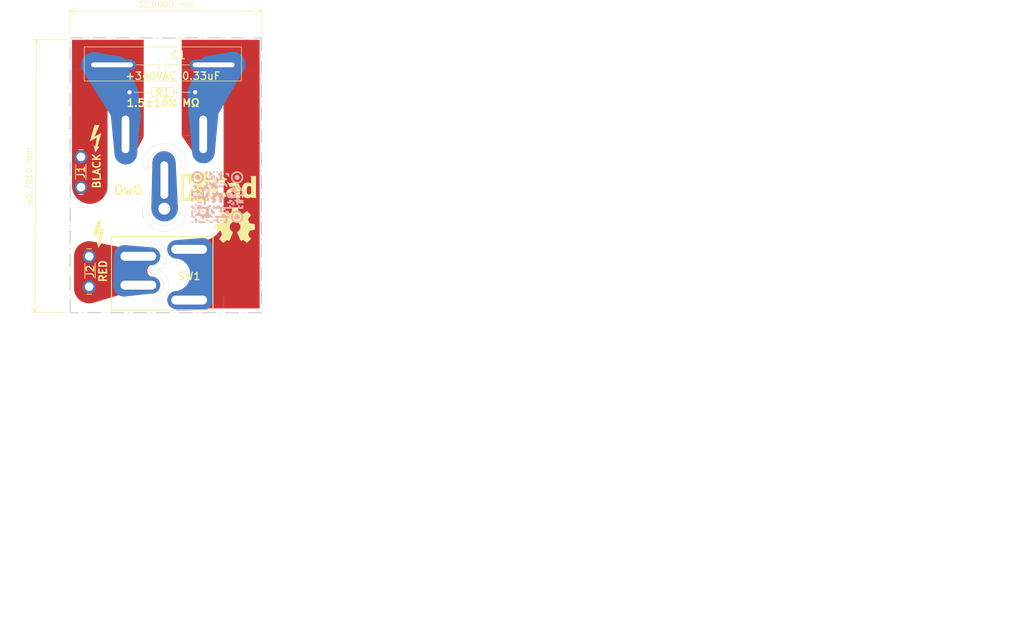
<source format=kicad_pcb>
(kicad_pcb (version 20240108) (generator "pcbnew") (generator_version "8.0")
  (title_block (title "EVGA SUPERNOVA 1000 G2 Input Power Daughter Board") (date "2024-07-01") (rev "R1"))
  (layers (0 "F.Cu" power) (31 "B.Cu" power) (34 "B.Paste" user) (35 "F.Paste" user) (36 "B.SilkS" user "B.Silkscreen") (37 "F.SilkS" user "F.Silkscreen") (38 "B.Mask" user) (39 "F.Mask" user) (44 "Edge.Cuts" user))
  (net 0 "")
  (net 1 "Net-(P1-AC_N)")
  (net 2 "Net-(P1-AC_P)")
  (net 3 "Net-(J2-P1-Pad1)")
  (footprint "62409-1:TE_62409-1" (layer "F.Cu") (at 36.816969 68.936249 -90)
    (property "Reference" "J2" (at -0.026056 -0.167223 90) (layer "F.SilkS") (effects (font (size 1.25 1.25) (thickness 0.2) (bold yes))))
    (property "Value" "62409-1")
    (pad "1" thru_hole circle (at -2.54 0 270) (size 2.145 2.145) (drill 1.43) (layers "*.Cu" "*.Mask") (net 3 "Net-(J2-P1-Pad1)"))
    (pad "2" thru_hole circle (at 2.54 0 270) (size 2.145 2.145) (drill 1.43) (layers "*.Cu" "*.Mask") (net 3 "Net-(J2-P1-Pad1)"))
  )
  (footprint "Symbol:KiCad-Logo2_20mm_SilkScreen" (layer "F.Cu") (at 57 118)
    (property "Reference" "REF**" (hide yes))
    (property "Value" "KiCad-Logo2_20mm_SilkScreen" (hide yes))
  )
  (footprint "Resistor_THT:R_Axial_DIN0204_L3.6mm_D1.6mm_P5.08mm_Horizontal" (layer "F.Cu") (at 46.561969 38.910249)
    (property "Reference" "R1" (at 2.549047 0.058677 0) (layer "F.SilkS") (effects (font (size 1.25 1.25) (thickness 0.2) (bold yes))))
    (property "Value" "1.5±10% MΩ " (at 3.124249 1.800988 0) (layer "F.SilkS") (effects (font (size 1.25 1.25) (thickness 0.25) (bold yes))))
    (pad "1" thru_hole circle (at -3 0) (size 1.4 1.4) (drill 0.7) (layers "*.Cu" "*.Mask") (net 2 "Net-(P1-AC_P)"))
    (pad "2" thru_hole oval (at 8 0) (size 1.4 1.4) (drill 0.7) (layers "*.Cu" "*.Mask") (net 1 "Net-(P1-AC_N)"))
  )
  (footprint "EVGA:FTK_Capacitor" (layer "F.Cu") (at 49.141969 34.320249)
    (property "Reference" "C1" (at 2.604251 -1.612731 0) (layer "F.SilkS") (effects (font (size 1.25 1.25) (thickness 0.2) (bold yes))))
    (property "Value" "305VAC 0.33 uF K 40/110/56/B (CBB62B)")
    (fp_text user "+340VAC 0.33uF" (at -6.364048 2.59475 0) (layer "F.SilkS") (effects (font (size 1.25 1.25) (thickness 0.2)) (justify left bottom)))
    (pad "1" thru_hole oval (at 8.5 0) (size 8 1.8) (drill oval 7 0.8) (layers "*.Cu" "*.Mask") (net 1 "Net-(P1-AC_N)"))
    (pad "2" thru_hole oval (at -8.5 0) (size 8 1.8) (drill oval 7 0.8) (layers "*.Cu" "*.Mask") (net 2 "Net-(P1-AC_P)"))
  )
  (footprint "EVGA:IEC_320-C14_Panel_Mount" (layer "F.Cu") (at 49.391969 49.120249)
    (property "Reference" "P1" (hide yes))
    (property "Value" "Conn_WallPlug_Earth" (hide yes))
    (pad "0" thru_hole oval (at 0 4.5) (size 3 9) (drill oval 1.3 6.3) (layers "*.Cu" "*.Mask"))
    (pad "0" thru_hole circle (at 0 9.3) (size 3.25 3.25) (drill 2) (layers "*.Cu" "*.Mask"))
    (pad "1" thru_hole oval (at -6.5 -3.15) (size 3 9) (drill oval 1.3 6.3) (layers "*.Cu" "*.Mask") (net 2 "Net-(P1-AC_P)"))
    (pad "2" thru_hole oval (at 6.5 -3.15) (size 3 9) (drill oval 1.3 6.3) (layers "*.Cu" "*.Mask") (net 1 "Net-(P1-AC_N)"))
  )
  (footprint "Symbol:Symbol_HighVoltage_NoTriangle_2x5mm_Copper" (layer "F.Cu") (at 38.641969 62.820249)
    (property "Reference" "REF**" (hide yes))
    (property "Value" "Symbol_HighVoltage_NoTriangle_2x5mm_Copper" (hide yes))
  )
  (footprint "Symbol:Symbol_HighVoltage_NoTriangle_2x5mm_Copper" (layer "F.Cu") (at 38.141969 46.820249)
    (property "Reference" "REF**" (hide yes))
    (property "Value" "Symbol_HighVoltage_NoTriangle_2x5mm_Copper" (hide yes))
  )
  (footprint "Symbol:OSHW-Symbol_6.7x6mm_SilkScreen" (layer "F.Cu") (at 61.223833 61.164296)
    (property "Reference" "REF**" (hide yes))
    (property "Value" "OSHW-Symbol_6.7x6mm_SilkScreen" (hide yes))
  )
  (footprint "Symbol:KiCad-Logo_5mm_SilkScreen" (layer "F.Cu") (at 58.540464 55.163985)
    (property "Reference" "REF**" (hide yes))
    (property "Value" "KiCad-Logo_5mm_SilkScreen" (hide yes))
  )
  (footprint "EVGA:EVGA_Switch" (layer "F.Cu") (at 49.041969 69.220249)
    (property "Reference" "SW1" (at 4.5 0.5 0) (layer "F.SilkS") (effects (font (size 1.25 1.25) (thickness 0.2))))
    (property "Value" "SW_DPST")
    (pad "1" thru_hole oval (at 4.5 -4) (size 7.3 2.8) (drill oval 6 1.5) (layers "*.Cu" "*.Mask") (net 1 "Net-(P1-AC_N)"))
    (pad "1" thru_hole oval (at 4.5 4.5) (size 7.3 2.8) (drill oval 6 1.5) (layers "*.Cu" "*.Mask") (net 1 "Net-(P1-AC_N)"))
    (pad "2" thru_hole oval (at -4 -2.839287) (size 7.3 2.8) (drill oval 6 1.5) (layers "*.Cu" "*.Mask") (net 3 "Net-(J2-P1-Pad1)"))
    (pad "2" thru_hole oval (at -4 2) (size 7.3 2.8) (drill oval 6 1.5) (layers "*.Cu" "*.Mask") (net 3 "Net-(J2-P1-Pad1)"))
  )
  (footprint "62409-1:TE_62409-1" (layer "F.Cu") (at 35.443152 52.278968 90)
    (property "Reference" "J1" (at 0 0 -90) (layer "F.SilkS") (effects (font (size 1.25 1.25) (thickness 0.2) (bold yes))))
    (property "Value" "62409-1")
    (pad "1" thru_hole circle (at -2.54 0 90) (size 2.145 2.145) (drill 1.43) (layers "*.Cu" "*.Mask") (net 2 "Net-(P1-AC_P)"))
    (pad "2" thru_hole circle (at 2.54 0 90) (size 2.145 2.145) (drill 1.43) (layers "*.Cu" "*.Mask") (net 2 "Net-(P1-AC_P)"))
  )
  (footprint "QR_CODE:project-qrcode_10x10" (layer "B.Cu") (at 58.301969 56.670249 180)
    (property "Reference" "G***" (hide yes))
    (property "Value" "LOGO" (hide yes))
  )
  (gr_rect (start 51.311969 72.315249) (end 59.316969 75.120249) (fill solid) (layer "F.Cu") (net 1))
  (gr_rect (start 33.941969 30.120249) (end 45.941969 35.170249) (fill solid) (layer "F.Cu") (net 2))
  (gr_poly (pts (xy 45.941969 46.370249) (xy 41.391969 46.395249) (xy 44.248805 49.610439)) (fill solid) (layer "F.Cu") (net 2))
  (gr_poly (pts (xy 52.301969 46.200249) (xy 55.066969 50.220249) (xy 57.391969 46.200249)) (fill solid) (layer "F.Cu") (net 1))
  (gr_rect (start 41.441969 35.170249) (end 45.941969 46.370249) (fill solid) (layer "F.Cu") (net 2))
  (gr_poly (pts (xy 55.384469 66.615249) (xy 56.191969 66.870249) (xy 57.021969 67.680249) (xy 57.531969 68.670249) (xy 57.671969 69.720249) (xy 57.411969 70.910249) (xy 56.681969 71.920249) (xy 55.417877 72.638215) (xy 59.581969 73.060249) (xy 60.771969 68.350249) (xy 59.441969 65.217749)) (fill solid) (layer "F.Cu") (net 1))
  (gr_circle (center 36.816969 71.730249) (end 39.356969 71.730249) (fill solid) (layer "F.Cu") (net 3))
  (gr_arc (start 54.491969 66.39025) (mid 57.607785 69.121096) (end 55.417877 72.638215) (stroke (width 0.2)) (layer "F.Cu") (net 1))
  (gr_rect (start 33.941969 35.170249) (end 39.891969 54.621249) (fill solid) (layer "F.Cu") (net 2))
  (gr_poly (pts (xy 34.276969 66.396249) (xy 34.276969 71.730249) (xy 39.356969 71.730249) (xy 39.356969 66.396249)) (fill solid) (layer "F.Cu") (net 3))
  (gr_poly (pts (xy 55.821969 63.830249) (xy 56.771969 63.620249) (xy 57.671969 63.180249) (xy 58.371969 62.590249) (xy 59.021969 61.650249) (xy 59.441969 60.570249) (xy 60.301969 65.670249) (xy 58.521969 65.940249)) (fill solid) (layer "F.Cu") (net 1))
  (gr_circle (center 36.916969 54.621249) (end 39.891969 54.621249) (fill solid) (layer "F.Cu") (net 2))
  (gr_poly (pts (xy 42.658969 64.999249) (xy 37.314195 63.90533) (xy 37.6185 74.144056) (xy 42.658969 72.619249)) (fill solid) (layer "F.Cu") (net 3))
  (gr_poly (pts (xy 47.255336 67.727868) (xy 46.898981 67.938808) (xy 46.625259 68.268129) (xy 46.485391 68.748756) (xy 46.552552 69.243264) (xy 46.792058 69.606801) (xy 47.181257 69.974615) (xy 45.795539 70.111476) (xy 45.688616 67.660809)) (fill solid) (layer "F.Cu") (net 3))
  (gr_rect (start 51.326969 63.820249) (end 59.441969 66.615249) (fill solid) (layer "F.Cu") (net 1))
  (gr_arc (start 47.123744 69.856697) (mid 46.485392 68.748756) (end 47.255336 67.727868) (stroke (width 0.1)) (layer "F.Cu") (net 3))
  (gr_arc (start 59.5 60) (mid 58.178379 62.754654) (end 55.341969 63.890249) (stroke (width 0.1)) (layer "F.Cu") (net 1))
  (gr_rect (start 59.316969 35.186283) (end 65.341969 75.120249) (fill solid) (layer "F.Cu") (net 1))
  (gr_poly (pts (xy 36.641969 68.820249) (xy 39.141969 67.080249) (xy 42.201783 65.109869) (xy 46.071164 64.987076) (xy 46.131327 72.607403) (xy 42.192496 72.481518) (xy 39.141969 70.320249)) (fill solid) (layer "F.Cu") (net 3))
  (gr_rect (start 52.301969 30.120249) (end 65.341969 35.220249) (fill solid) (layer "F.Cu") (net 1))
  (gr_circle (center 36.816969 66.396249) (end 39.356969 66.396249) (fill solid) (layer "F.Cu") (net 3))
  (gr_rect (start 52.301969 35.220249) (end 57.391969 46.200249) (fill solid) (layer "F.Cu") (net 1))
  (gr_poly (pts (xy 37.610598 32.188878) (xy 41.710598 32.888878) (xy 41.710598 35.75162) (xy 37.610598 36.45162)) (fill solid) (layer "B.Cu") (net 2))
  (gr_circle (center 42.941969 49.120249) (end 44.841969 49.120249) (fill solid) (layer "B.Cu") (net 2))
  (gr_circle (center 60.841969 34.25162) (end 58.710598 34.25162) (fill solid) (layer "B.Cu") (net 1))
  (gr_poly (pts (xy 42.067329 38.664251) (xy 40.741969 41.620249) (xy 43.241969 40.320249)) (fill solid) (layer "B.Cu") (net 2))
  (gr_circle (center 55.741969 65.120249) (end 57.541969 65.120249) (fill solid) (layer "B.Cu") (net 1))
  (gr_circle (center 55.741969 73.620249) (end 57.541969 73.620249) (fill solid) (layer "B.Cu") (net 1))
  (gr_circle (center 51.441969 73.720249) (end 52.978093 73.830122) (fill solid) (layer "B.Cu") (net 1))
  (gr_circle (center 55.941969 48.920249) (end 57.841969 48.920249) (fill solid) (layer "B.Cu") (net 1))
  (gr_circle (center 55.941969 42.620249) (end 58.441969 42.620249) (fill solid) (layer "B.Cu") (net 1))
  (gr_circle (center 37.610598 34.320249) (end 39.741969 34.320249) (fill solid) (layer "B.Cu") (net 2))
  (gr_poly (pts (xy 53.441969 42.620249) (xy 54.041969 48.920249) (xy 57.841969 48.920249) (xy 58.441969 42.620249)) (fill solid) (layer "B.Cu") (net 1))
  (gr_circle (center 42.741969 66.320249) (end 44.553046 66.320249) (fill solid) (layer "B.Cu") (net 3))
  (gr_poly (pts (xy 35.741969 35.320249) (xy 40.441969 42.820249) (xy 44.941969 38.420249) (xy 43.141969 34.320249)) (fill solid) (layer "B.Cu") (net 2))
  (gr_poly (pts (xy 45.045298 38.920249) (xy 45.441969 42.820249) (xy 43.541969 40.423578)) (fill solid) (layer "B.Cu") (net 2))
  (gr_circle (center 55.941969 42.820249) (end 57.441969 42.720249) (fill solid) (layer "B.Cu") (net 1))
  (gr_circle (center 47.241969 71.209172) (end 48.70456 71.225542) (fill solid) (layer "B.Cu") (net 3))
  (gr_circle (center 49.441969 58.320249) (end 51.677228 58.320249) (fill solid) (layer "B.Cu"))
  (gr_poly (pts (xy 42.741969 64.509172) (xy 47.191148 64.886126) (xy 46.841969 67.820249) (xy 46.441969 68.320249) (xy 46.325048 68.770405) (xy 46.441969 69.320249) (xy 47.041969 69.920249) (xy 47.241969 71.209172) (xy 47.341969 72.620249) (xy 42.653046 73.131326) (xy 40.841969 71.320249) (xy 40.930892 66.320249)) (fill solid) (layer "B.Cu") (net 3))
  (gr_arc (start 47.241969 69.920248) (mid 46.325048 68.770405) (end 47.340747 67.706808) (stroke (width 0.2)) (layer "B.Cu") (net 3))
  (gr_poly (pts (xy 47.388195 50.720249) (xy 47.206711 58.320249) (xy 51.677227 58.320249) (xy 51.295743 50.720249)) (fill solid) (layer "B.Cu"))
  (gr_poly (pts (xy 56.006838 38.641527) (xy 57.628596 40.779065) (xy 55.841969 40.720249) (xy 55.141969 39.920249)) (fill solid) (layer "B.Cu") (net 1))
  (gr_circle (center 43.541969 38.920249) (end 45.041969 38.820249) (fill solid) (layer "B.Cu") (net 2))
  (gr_poly (pts (xy 55.353381 33.916953) (xy 53.341969 38.420249) (xy 58.441969 42.520249) (xy 62.441969 35.620249)) (fill solid) (layer "B.Cu") (net 1))
  (gr_circle (center 51.441969 65.220249) (end 52.99583 65.26306) (fill solid) (layer "B.Cu") (net 1))
  (gr_poly (pts (xy 60.841969 36.382991) (xy 56.741969 35.682991) (xy 56.741969 32.820249) (xy 60.841969 32.120249)) (fill solid) (layer "B.Cu") (net 1))
  (gr_circle (center 41.710598 34.320249) (end 43.141969 34.320249) (fill solid) (layer "B.Cu") (net 2))
  (gr_circle (center 47.191148 66.389455) (end 48.691148 66.289455) (fill solid) (layer "B.Cu") (net 3))
  (gr_circle (center 49.341969 50.720249) (end 51.295743 50.720249) (fill solid) (layer "B.Cu"))
  (gr_circle (center 42.653046 71.320249) (end 44.464123 71.320249) (fill solid) (layer "B.Cu") (net 3))
  (gr_poly (pts (xy 53.241969 38.920249) (xy 53.441969 42.620249) (xy 54.341969 41.420249) (xy 55.541969 40.320249) (xy 55.141969 39.920249) (xy 54.241969 39.920249)) (fill solid) (layer "B.Cu") (net 1))
  (gr_circle (center 42.941969 42.820249) (end 45.441969 42.820249) (fill solid) (layer "B.Cu") (net 2))
  (gr_circle (center 56.741969 34.25162) (end 55.310598 34.25162) (fill solid) (layer "B.Cu") (net 1))
  (gr_circle (center 54.641969 38.920249) (end 56.041969 38.920249) (fill solid) (layer "B.Cu") (net 1))
  (gr_arc (start 51.235492 66.655586) (mid 53.798161 69.467221) (end 51.236622 72.279884) (stroke (width 0.1)) (layer "B.Cu") (net 1))
  (gr_poly (pts (xy 51.441969 63.665799) (xy 55.741969 63.320249) (xy 57.541969 65.120249) (xy 57.541969 73.620249) (xy 55.741969 75.420249) (xy 51.441969 75.520249) (xy 51.727645 72.217053) (xy 52.769704 71.662765) (xy 53.020981 71.418879) (xy 53.316601 71.049354) (xy 53.590049 70.554191) (xy 53.760031 69.822532) (xy 53.737859 68.987406) (xy 53.538316 68.270528) (xy 53.190963 67.671898) (xy 52.607114 67.147173) (xy 51.741969 66.720249) (xy 51.541969 65.320249)) (fill solid) (layer "B.Cu") (net 1))
  (gr_poly (pts (xy 40.441969 42.820249) (xy 41.041969 49.120249) (xy 44.841969 49.120249) (xy 45.441969 42.820249)) (fill solid) (layer "B.Cu") (net 2))
  (gr_arc (start 53.0397 58.582788) (mid 49.348199 62.218124) (end 45.694046 58.545249) (stroke (width 0.05)) (layer "Edge.Cuts"))
  (gr_arc (start 47.552008 69.420414) (mid 46.936066 68.725315) (end 47.541969 68.021447) (stroke (width 0.05)) (layer "Edge.Cuts"))
  (gr_arc (start 47.465535 63.856462) (mid 49.182187 64.738723) (end 49.773214 66.576117) (stroke (width 0.05)) (layer "Edge.Cuts"))
  (gr_arc (start 47.39126 64.702833) (mid 47.018576 64.243693) (end 47.465535 63.856463) (stroke (width 0.05)) (layer "Edge.Cuts"))
  (gr_arc (start 45.74197 51.120249) (mid 49.430002 47.4849) (end 53.087617 51.150854) (stroke (width 0.05)) (layer "Edge.Cuts"))
  (gr_arc (start 53.086891 51.150852) (mid 52.591737 51.649459) (end 52.089701 51.157788) (stroke (width 0.05)) (layer "Edge.Cuts"))
  (gr_arc (start 52.040471 58.555053) (mid 52.554342 58.055243) (end 53.039701 58.582788) (stroke (width 0.05)) (layer "Edge.Cuts"))
  (gr_arc (start 47.939183 74.006316) (mid 47.39991 73.644016) (end 47.729633 73.084272) (stroke (width 0.05)) (layer "Edge.Cuts"))
  (gr_arc (start 45.694829 58.54526) (mid 46.193364 58.053561) (end 46.691969 58.545249) (stroke (width 0.05)) (layer "Edge.Cuts"))
  (gr_rect (start 33.641969 29.820249) (end 65.641969 75.820249) (stroke (width 0.2) (type dash_dot)) (fill none) (layer "Edge.Cuts"))
  (gr_arc (start 46.741199 51.147984) (mid 46.227294 51.647786) (end 45.741969 51.120249) (stroke (width 0.05)) (layer "Edge.Cuts"))
  (gr_arc (start 46.739701 51.157788) (mid 49.414701 48.482788) (end 52.089701 51.157788) (stroke (width 0.05)) (layer "Edge.Cuts"))
  (gr_arc (start 47.391302 64.702303) (mid 48.930738 66.295413) (end 47.541969 68.021446) (stroke (width 0.05)) (layer "Edge.Cuts"))
  (gr_arc (start 48.331369 72.848436) (mid 48.040836 72.992724) (end 47.729633 73.084271) (stroke (width 0.05)) (layer "Edge.Cuts"))
  (gr_arc (start 48.357194 68.642832) (mid 50.15738 71.481167) (end 47.939183 74.006316) (stroke (width 0.05)) (layer "Edge.Cuts"))
  (gr_arc (start 47.552734 69.414764) (mid 49.175315 70.85225) (end 48.331841 72.84921) (stroke (width 0.05)) (layer "Edge.Cuts"))
  (gr_arc (start 52.041969 58.545249) (mid 49.366969 61.220249) (end 46.691969 58.545249) (stroke (width 0.05)) (layer "Edge.Cuts"))
  (gr_arc (start 49.773215 66.576117) (mid 49.339806 67.797625) (end 48.357194 68.642832) (stroke (width 0.05)) (layer "Edge.Cuts"))
  (gr_text "OwO" (at 40.801969 56.170249 0) (layer "F.SilkS") (effects (font (size 1.5 1.5) (thickness 0.3) (bold yes)) (justify left bottom)))
  (gr_text "BLACK" (at 38.801969 55.170249 90) (layer "F.SilkS") (effects (font (size 1.25 1.25) (thickness 0.25) (bold yes)) (justify left bottom)))
  (gr_text "RED" (at 39.854844 70.848131 90) (layer "F.SilkS") (effects (font (size 1.25 1.25) (thickness 0.25) (bold yes)) (justify left bottom)))
  (dimension (type aligned) (layer "F.SilkS") (pts (xy 33.641969 29.820249) (xy 65.641969 29.820249)) (height -4.5) (gr_text "32.0000 mm" (at 49.641969 24.220249 0) (layer "F.SilkS") (effects (font (size 1 1) (thickness 0.1)))) (format (prefix "") (suffix "") (units 3) (units_format 1) (precision 4)) (style (thickness 0.1) (arrow_length 1.27) (text_position_mode 0) (extension_height 0.58642) (extension_offset 0.5) keep_text_aligned))
  (dimension (type aligned) (layer "F.SilkS") (pts (xy 33.941969 30.120249) (xy 33.641969 75.820249)) (height 5.942274) (gr_text "45.7010 mm" (at 26.749847 52.92402 89.62388431) (layer "F.SilkS") (effects (font (size 1 1) (thickness 0.1)))) (format (prefix "") (suffix "") (units 3) (units_format 1) (precision 4)) (style (thickness 0.1) (arrow_length 1.27) (text_position_mode 0) (extension_height 0.58642) (extension_offset 0.5) keep_text_aligned))
)
</source>
